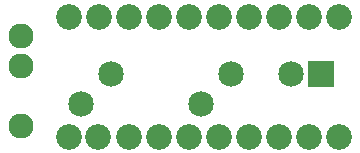
<source format=gts>
G04 MADE WITH FRITZING*
G04 WWW.FRITZING.ORG*
G04 DOUBLE SIDED*
G04 HOLES PLATED*
G04 CONTOUR ON CENTER OF CONTOUR VECTOR*
%ASAXBY*%
%FSLAX23Y23*%
%MOIN*%
%OFA0B0*%
%SFA1.0B1.0*%
%ADD10C,0.085000*%
%ADD11C,0.085334*%
%ADD12C,0.083749*%
%ADD13R,0.085000X0.085000*%
%LNMASK1*%
G90*
G70*
G54D10*
X498Y281D03*
X898Y281D03*
X398Y181D03*
X798Y181D03*
G54D11*
X556Y472D03*
X656Y472D03*
X756Y472D03*
X856Y472D03*
X956Y472D03*
X1056Y472D03*
X1156Y472D03*
X1256Y472D03*
X656Y72D03*
X756Y72D03*
X856Y72D03*
X956Y72D03*
X1056Y72D03*
X1156Y72D03*
X1256Y72D03*
X556Y72D03*
X456Y472D03*
X455Y72D03*
X356Y472D03*
X356Y72D03*
G54D12*
X198Y408D03*
X198Y308D03*
X198Y108D03*
G54D10*
X1198Y281D03*
X1098Y281D03*
G54D13*
X1198Y281D03*
G04 End of Mask1*
M02*
</source>
